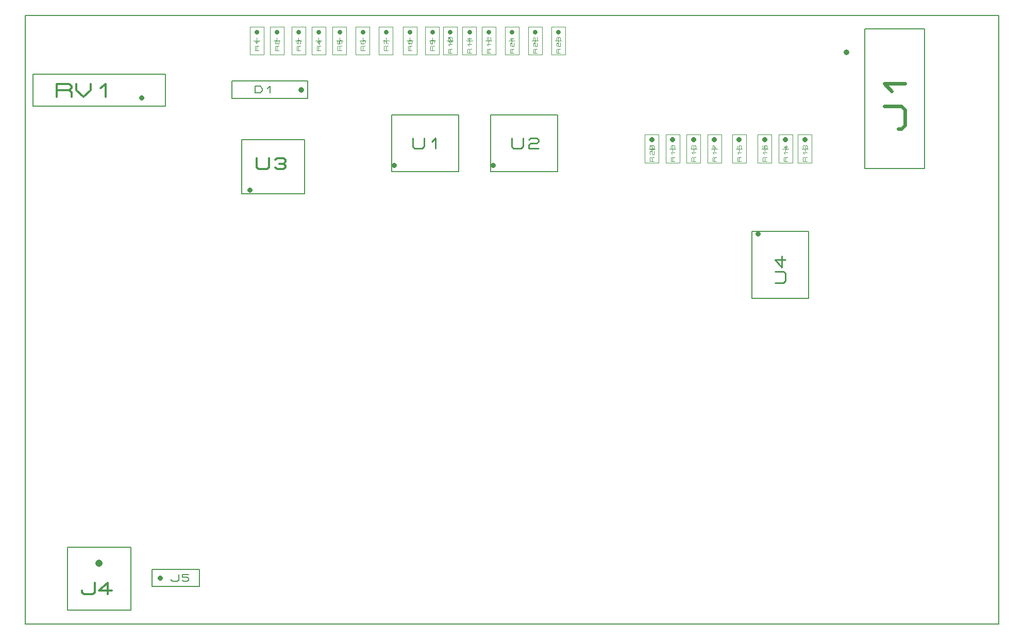
<source format=gbr>
G04 PROTEUS GERBER X2 FILE*
%TF.GenerationSoftware,Labcenter,Proteus,8.13-SP0-Build31525*%
%TF.CreationDate,2024-05-27T19:23:28+00:00*%
%TF.FileFunction,AssemblyDrawing,Top*%
%TF.FilePolarity,Positive*%
%TF.Part,Single*%
%TF.SameCoordinates,{9f2e17e2-6f08-49dd-ae8b-9f6cb0eb8b28}*%
%FSLAX45Y45*%
%MOMM*%
G01*
%TA.AperFunction,Profile*%
%ADD24C,0.203200*%
%TA.AperFunction,Material*%
%ADD27C,0.203200*%
%ADD46C,0.914400*%
%ADD47C,0.186690*%
%ADD29C,0.152400*%
%ADD48C,0.552950*%
%ADD49C,1.219200*%
%ADD50C,0.314280*%
%ADD51C,0.812800*%
%ADD52C,0.304460*%
%ADD53C,0.355600*%
%ADD54C,0.845820*%
%ADD55C,0.279010*%
%ADD56C,0.050000*%
%ADD57C,0.721360*%
%ADD58C,0.107030*%
%ADD59C,0.105510*%
%ADD60C,0.177800*%
%TD.AperFunction*%
D24*
X-8000000Y-5000000D02*
X+8000000Y-5000000D01*
X+8000000Y+5000000D01*
X-8000000Y+5000000D01*
X-8000000Y-5000000D01*
D27*
X-4597400Y+3639820D02*
X-3352800Y+3639820D01*
X-3352800Y+3926840D01*
X-4597400Y+3926840D01*
X-4597400Y+3639820D01*
D46*
X-3467100Y+3784600D02*
X-3467100Y+3784600D01*
D47*
X-4223131Y+3727323D02*
X-4223131Y+3839337D01*
X-4139121Y+3839337D01*
X-4097116Y+3801999D01*
X-4097116Y+3764661D01*
X-4139121Y+3727323D01*
X-4223131Y+3727323D01*
X-4013105Y+3801999D02*
X-3971100Y+3839337D01*
X-3971100Y+3727323D01*
D29*
X+6779260Y+4782820D02*
X+5796280Y+4782820D01*
X+5796280Y+2486660D01*
X+6779260Y+2486660D01*
X+6779260Y+4782820D01*
X+5796280Y+4782820D01*
X+5796280Y+2486660D01*
X+6779260Y+2486660D01*
X+6779260Y+4782820D01*
D46*
X+5488940Y+4396740D02*
X+5488940Y+4396740D01*
D48*
X+6343066Y+3137078D02*
X+6398362Y+3137078D01*
X+6453658Y+3199285D01*
X+6453658Y+3448116D01*
X+6398362Y+3510324D01*
X+6121883Y+3510324D01*
X+6232475Y+3759155D02*
X+6121883Y+3883571D01*
X+6453658Y+3883571D01*
D27*
X-7299960Y-4772660D02*
X-6263640Y-4772660D01*
X-6263640Y-3736340D01*
X-7299960Y-3736340D01*
X-7299960Y-4772660D01*
D49*
X-6781800Y-4000500D02*
X-6781800Y-4000500D01*
D50*
X-7064653Y-4448489D02*
X-7064653Y-4479917D01*
X-7029297Y-4511345D01*
X-6887870Y-4511345D01*
X-6852514Y-4479917D01*
X-6852514Y-4322776D01*
X-6569661Y-4448489D02*
X-6781800Y-4448489D01*
X-6640374Y-4322776D01*
X-6640374Y-4511345D01*
D27*
X-4442460Y+2070100D02*
X-3406140Y+2070100D01*
X-3406140Y+2959100D01*
X-4442460Y+2959100D01*
X-4442460Y+2070100D01*
D51*
X-4305300Y+2133600D02*
X-4305300Y+2133600D01*
D52*
X-4198314Y+2658008D02*
X-4198314Y+2505778D01*
X-4164063Y+2475332D01*
X-4027056Y+2475332D01*
X-3992804Y+2505778D01*
X-3992804Y+2658008D01*
X-3890049Y+2627562D02*
X-3855797Y+2658008D01*
X-3753042Y+2658008D01*
X-3718790Y+2627562D01*
X-3718790Y+2597116D01*
X-3753042Y+2566670D01*
X-3718790Y+2536224D01*
X-3718790Y+2505778D01*
X-3753042Y+2475332D01*
X-3855797Y+2475332D01*
X-3890049Y+2505778D01*
X-3821545Y+2566670D02*
X-3753042Y+2566670D01*
D27*
X-7871460Y+3507740D02*
X-5692140Y+3507740D01*
X-5692140Y+4036060D01*
X-7871460Y+4036060D01*
X-7871460Y+3507740D01*
D51*
X-6083300Y+3644900D02*
X-6083300Y+3644900D01*
D53*
X-7477760Y+3665220D02*
X-7477760Y+3878580D01*
X-7277735Y+3878580D01*
X-7237730Y+3843020D01*
X-7237730Y+3807460D01*
X-7277735Y+3771900D01*
X-7477760Y+3771900D01*
X-7277735Y+3771900D02*
X-7237730Y+3736340D01*
X-7237730Y+3665220D01*
X-7157720Y+3878580D02*
X-7157720Y+3771900D01*
X-7037705Y+3665220D01*
X-6917690Y+3771900D01*
X-6917690Y+3878580D01*
X-6757670Y+3807460D02*
X-6677660Y+3878580D01*
X-6677660Y+3665220D01*
D27*
X-1973580Y+2439148D02*
X-871220Y+2439148D01*
X-871220Y+3366248D01*
X-1973580Y+3366248D01*
X-1973580Y+2439148D01*
D54*
X-1930400Y+2540748D02*
X-1930400Y+2540748D01*
D55*
X-1630782Y+2986404D02*
X-1630782Y+2846894D01*
X-1599393Y+2818992D01*
X-1473834Y+2818992D01*
X-1442445Y+2846894D01*
X-1442445Y+2986404D01*
X-1316886Y+2930600D02*
X-1254107Y+2986404D01*
X-1254107Y+2818992D01*
D56*
X-4306000Y+4816813D02*
X-4306000Y+4356813D01*
X-4076000Y+4356813D01*
X-4076000Y+4816813D01*
X-4306000Y+4816813D01*
X-4141000Y+4586813D02*
X-4241000Y+4586813D01*
X-4191000Y+4536813D02*
X-4191000Y+4636813D01*
D57*
X-4191000Y+4731813D02*
X-4191000Y+4731813D01*
D58*
X-4158889Y+4428696D02*
X-4223111Y+4428696D01*
X-4223111Y+4488904D01*
X-4212407Y+4500945D01*
X-4201704Y+4500945D01*
X-4191000Y+4488904D01*
X-4191000Y+4428696D01*
X-4191000Y+4488904D02*
X-4180296Y+4500945D01*
X-4158889Y+4500945D01*
X-4201704Y+4549112D02*
X-4223111Y+4573195D01*
X-4158889Y+4573195D01*
D56*
X-3975800Y+4816813D02*
X-3975800Y+4356813D01*
X-3745800Y+4356813D01*
X-3745800Y+4816813D01*
X-3975800Y+4816813D01*
X-3810800Y+4586813D02*
X-3910800Y+4586813D01*
X-3860800Y+4536813D02*
X-3860800Y+4636813D01*
D57*
X-3860800Y+4731813D02*
X-3860800Y+4731813D01*
D58*
X-3828689Y+4428696D02*
X-3892911Y+4428696D01*
X-3892911Y+4488904D01*
X-3882207Y+4500945D01*
X-3871504Y+4500945D01*
X-3860800Y+4488904D01*
X-3860800Y+4428696D01*
X-3860800Y+4488904D02*
X-3850096Y+4500945D01*
X-3828689Y+4500945D01*
X-3882207Y+4537070D02*
X-3892911Y+4549112D01*
X-3892911Y+4585237D01*
X-3882207Y+4597278D01*
X-3871504Y+4597278D01*
X-3860800Y+4585237D01*
X-3860800Y+4549112D01*
X-3850096Y+4537070D01*
X-3828689Y+4537070D01*
X-3828689Y+4597278D01*
D56*
X-3620200Y+4816813D02*
X-3620200Y+4356813D01*
X-3390200Y+4356813D01*
X-3390200Y+4816813D01*
X-3620200Y+4816813D01*
X-3455200Y+4586813D02*
X-3555200Y+4586813D01*
X-3505200Y+4536813D02*
X-3505200Y+4636813D01*
D57*
X-3505200Y+4731813D02*
X-3505200Y+4731813D01*
D58*
X-3473089Y+4428696D02*
X-3537311Y+4428696D01*
X-3537311Y+4488904D01*
X-3526607Y+4500945D01*
X-3515904Y+4500945D01*
X-3505200Y+4488904D01*
X-3505200Y+4428696D01*
X-3505200Y+4488904D02*
X-3494496Y+4500945D01*
X-3473089Y+4500945D01*
X-3526607Y+4537070D02*
X-3537311Y+4549112D01*
X-3537311Y+4585237D01*
X-3526607Y+4597278D01*
X-3515904Y+4597278D01*
X-3505200Y+4585237D01*
X-3494496Y+4597278D01*
X-3483793Y+4597278D01*
X-3473089Y+4585237D01*
X-3473089Y+4549112D01*
X-3483793Y+4537070D01*
X-3505200Y+4561153D02*
X-3505200Y+4585237D01*
D56*
X-3290000Y+4816813D02*
X-3290000Y+4356813D01*
X-3060000Y+4356813D01*
X-3060000Y+4816813D01*
X-3290000Y+4816813D01*
X-3125000Y+4586813D02*
X-3225000Y+4586813D01*
X-3175000Y+4536813D02*
X-3175000Y+4636813D01*
D57*
X-3175000Y+4731813D02*
X-3175000Y+4731813D01*
D58*
X-3142889Y+4428696D02*
X-3207111Y+4428696D01*
X-3207111Y+4488904D01*
X-3196407Y+4500945D01*
X-3185704Y+4500945D01*
X-3175000Y+4488904D01*
X-3175000Y+4428696D01*
X-3175000Y+4488904D02*
X-3164296Y+4500945D01*
X-3142889Y+4500945D01*
X-3164296Y+4597278D02*
X-3164296Y+4525029D01*
X-3207111Y+4573195D01*
X-3142889Y+4573195D01*
D56*
X-2947100Y+4816813D02*
X-2947100Y+4356813D01*
X-2717100Y+4356813D01*
X-2717100Y+4816813D01*
X-2947100Y+4816813D01*
X-2782100Y+4586813D02*
X-2882100Y+4586813D01*
X-2832100Y+4536813D02*
X-2832100Y+4636813D01*
D57*
X-2832100Y+4731813D02*
X-2832100Y+4731813D01*
D58*
X-2799989Y+4428696D02*
X-2864211Y+4428696D01*
X-2864211Y+4488904D01*
X-2853507Y+4500945D01*
X-2842804Y+4500945D01*
X-2832100Y+4488904D01*
X-2832100Y+4428696D01*
X-2832100Y+4488904D02*
X-2821396Y+4500945D01*
X-2799989Y+4500945D01*
X-2864211Y+4597278D02*
X-2864211Y+4537070D01*
X-2842804Y+4537070D01*
X-2842804Y+4585237D01*
X-2832100Y+4597278D01*
X-2810693Y+4597278D01*
X-2799989Y+4585237D01*
X-2799989Y+4549112D01*
X-2810693Y+4537070D01*
D56*
X-2566100Y+4816813D02*
X-2566100Y+4356813D01*
X-2336100Y+4356813D01*
X-2336100Y+4816813D01*
X-2566100Y+4816813D01*
X-2401100Y+4586813D02*
X-2501100Y+4586813D01*
X-2451100Y+4536813D02*
X-2451100Y+4636813D01*
D57*
X-2451100Y+4731813D02*
X-2451100Y+4731813D01*
D58*
X-2418989Y+4428696D02*
X-2483211Y+4428696D01*
X-2483211Y+4488904D01*
X-2472507Y+4500945D01*
X-2461804Y+4500945D01*
X-2451100Y+4488904D01*
X-2451100Y+4428696D01*
X-2451100Y+4488904D02*
X-2440396Y+4500945D01*
X-2418989Y+4500945D01*
X-2472507Y+4597278D02*
X-2483211Y+4585237D01*
X-2483211Y+4549112D01*
X-2472507Y+4537070D01*
X-2429693Y+4537070D01*
X-2418989Y+4549112D01*
X-2418989Y+4585237D01*
X-2429693Y+4597278D01*
X-2440396Y+4597278D01*
X-2451100Y+4585237D01*
X-2451100Y+4537070D01*
D56*
X-2185100Y+4816813D02*
X-2185100Y+4356813D01*
X-1955100Y+4356813D01*
X-1955100Y+4816813D01*
X-2185100Y+4816813D01*
X-2020100Y+4586813D02*
X-2120100Y+4586813D01*
X-2070100Y+4536813D02*
X-2070100Y+4636813D01*
D57*
X-2070100Y+4731813D02*
X-2070100Y+4731813D01*
D58*
X-2037989Y+4428696D02*
X-2102211Y+4428696D01*
X-2102211Y+4488904D01*
X-2091507Y+4500945D01*
X-2080804Y+4500945D01*
X-2070100Y+4488904D01*
X-2070100Y+4428696D01*
X-2070100Y+4488904D02*
X-2059396Y+4500945D01*
X-2037989Y+4500945D01*
X-2102211Y+4537070D02*
X-2102211Y+4597278D01*
X-2091507Y+4597278D01*
X-2037989Y+4537070D01*
D56*
X-1791400Y+4816813D02*
X-1791400Y+4356813D01*
X-1561400Y+4356813D01*
X-1561400Y+4816813D01*
X-1791400Y+4816813D01*
X-1626400Y+4586813D02*
X-1726400Y+4586813D01*
X-1676400Y+4536813D02*
X-1676400Y+4636813D01*
D57*
X-1676400Y+4731813D02*
X-1676400Y+4731813D01*
D58*
X-1644289Y+4428696D02*
X-1708511Y+4428696D01*
X-1708511Y+4488904D01*
X-1697807Y+4500945D01*
X-1687104Y+4500945D01*
X-1676400Y+4488904D01*
X-1676400Y+4428696D01*
X-1676400Y+4488904D02*
X-1665696Y+4500945D01*
X-1644289Y+4500945D01*
X-1676400Y+4549112D02*
X-1687104Y+4537070D01*
X-1697807Y+4537070D01*
X-1708511Y+4549112D01*
X-1708511Y+4585237D01*
X-1697807Y+4597278D01*
X-1687104Y+4597278D01*
X-1676400Y+4585237D01*
X-1676400Y+4549112D01*
X-1665696Y+4537070D01*
X-1654993Y+4537070D01*
X-1644289Y+4549112D01*
X-1644289Y+4585237D01*
X-1654993Y+4597278D01*
X-1665696Y+4597278D01*
X-1676400Y+4585237D01*
D27*
X-347980Y+2439148D02*
X+754380Y+2439148D01*
X+754380Y+3366248D01*
X-347980Y+3366248D01*
X-347980Y+2439148D01*
D54*
X-304800Y+2540748D02*
X-304800Y+2540748D01*
D55*
X-5182Y+2986404D02*
X-5182Y+2846894D01*
X+26207Y+2818992D01*
X+151766Y+2818992D01*
X+183155Y+2846894D01*
X+183155Y+2986404D01*
X+277324Y+2958502D02*
X+308714Y+2986404D01*
X+402883Y+2986404D01*
X+434272Y+2958502D01*
X+434272Y+2930600D01*
X+402883Y+2902698D01*
X+308714Y+2902698D01*
X+277324Y+2874796D01*
X+277324Y+2818992D01*
X+434272Y+2818992D01*
D56*
X-1423100Y+4816813D02*
X-1423100Y+4356813D01*
X-1193100Y+4356813D01*
X-1193100Y+4816813D01*
X-1423100Y+4816813D01*
X-1258100Y+4586813D02*
X-1358100Y+4586813D01*
X-1308100Y+4536813D02*
X-1308100Y+4636813D01*
D57*
X-1308100Y+4731813D02*
X-1308100Y+4731813D01*
D58*
X-1275989Y+4428696D02*
X-1340211Y+4428696D01*
X-1340211Y+4488904D01*
X-1329507Y+4500945D01*
X-1318804Y+4500945D01*
X-1308100Y+4488904D01*
X-1308100Y+4428696D01*
X-1308100Y+4488904D02*
X-1297396Y+4500945D01*
X-1275989Y+4500945D01*
X-1318804Y+4597278D02*
X-1308100Y+4585237D01*
X-1308100Y+4549112D01*
X-1318804Y+4537070D01*
X-1329507Y+4537070D01*
X-1340211Y+4549112D01*
X-1340211Y+4585237D01*
X-1329507Y+4597278D01*
X-1286693Y+4597278D01*
X-1275989Y+4585237D01*
X-1275989Y+4549112D01*
D56*
X-1131000Y+4816813D02*
X-1131000Y+4356813D01*
X-901000Y+4356813D01*
X-901000Y+4816813D01*
X-1131000Y+4816813D01*
X-966000Y+4586813D02*
X-1066000Y+4586813D01*
X-1016000Y+4536813D02*
X-1016000Y+4636813D01*
D57*
X-1016000Y+4731813D02*
X-1016000Y+4731813D01*
D58*
X-983889Y+4380530D02*
X-1048111Y+4380530D01*
X-1048111Y+4440738D01*
X-1037407Y+4452779D01*
X-1026704Y+4452779D01*
X-1016000Y+4440738D01*
X-1016000Y+4380530D01*
X-1016000Y+4440738D02*
X-1005296Y+4452779D01*
X-983889Y+4452779D01*
X-1026704Y+4500946D02*
X-1048111Y+4525029D01*
X-983889Y+4525029D01*
X-994593Y+4573196D02*
X-1037407Y+4573196D01*
X-1048111Y+4585237D01*
X-1048111Y+4633404D01*
X-1037407Y+4645445D01*
X-994593Y+4645445D01*
X-983889Y+4633404D01*
X-983889Y+4585237D01*
X-994593Y+4573196D01*
X-983889Y+4573196D02*
X-1048111Y+4645445D01*
D56*
X-813500Y+4816813D02*
X-813500Y+4356813D01*
X-583500Y+4356813D01*
X-583500Y+4816813D01*
X-813500Y+4816813D01*
X-648500Y+4586813D02*
X-748500Y+4586813D01*
X-698500Y+4536813D02*
X-698500Y+4636813D01*
D57*
X-698500Y+4731813D02*
X-698500Y+4731813D01*
D58*
X-666389Y+4380530D02*
X-730611Y+4380530D01*
X-730611Y+4440738D01*
X-719907Y+4452779D01*
X-709204Y+4452779D01*
X-698500Y+4440738D01*
X-698500Y+4380530D01*
X-698500Y+4440738D02*
X-687796Y+4452779D01*
X-666389Y+4452779D01*
X-709204Y+4500946D02*
X-730611Y+4525029D01*
X-666389Y+4525029D01*
X-709204Y+4597279D02*
X-730611Y+4621362D01*
X-666389Y+4621362D01*
D56*
X-496000Y+4816813D02*
X-496000Y+4356813D01*
X-266000Y+4356813D01*
X-266000Y+4816813D01*
X-496000Y+4816813D01*
X-331000Y+4586813D02*
X-431000Y+4586813D01*
X-381000Y+4536813D02*
X-381000Y+4636813D01*
D57*
X-381000Y+4731813D02*
X-381000Y+4731813D01*
D58*
X-348889Y+4380530D02*
X-413111Y+4380530D01*
X-413111Y+4440738D01*
X-402407Y+4452779D01*
X-391704Y+4452779D01*
X-381000Y+4440738D01*
X-381000Y+4380530D01*
X-381000Y+4440738D02*
X-370296Y+4452779D01*
X-348889Y+4452779D01*
X-391704Y+4500946D02*
X-413111Y+4525029D01*
X-348889Y+4525029D01*
X-402407Y+4585237D02*
X-413111Y+4597279D01*
X-413111Y+4633404D01*
X-402407Y+4645445D01*
X-391704Y+4645445D01*
X-381000Y+4633404D01*
X-381000Y+4597279D01*
X-370296Y+4585237D01*
X-348889Y+4585237D01*
X-348889Y+4645445D01*
D56*
X-115000Y+4816813D02*
X-115000Y+4356813D01*
X+115000Y+4356813D01*
X+115000Y+4816813D01*
X-115000Y+4816813D01*
X+50000Y+4586813D02*
X-50000Y+4586813D01*
X+0Y+4536813D02*
X+0Y+4636813D01*
D57*
X+0Y+4731813D02*
X+0Y+4731813D01*
D58*
X+32111Y+4380530D02*
X-32111Y+4380530D01*
X-32111Y+4440738D01*
X-21407Y+4452779D01*
X-10704Y+4452779D01*
X+0Y+4440738D01*
X+0Y+4380530D01*
X+0Y+4440738D02*
X+10704Y+4452779D01*
X+32111Y+4452779D01*
X-21407Y+4488904D02*
X-32111Y+4500946D01*
X-32111Y+4537071D01*
X-21407Y+4549112D01*
X-10704Y+4549112D01*
X+0Y+4537071D01*
X+0Y+4500946D01*
X+10704Y+4488904D01*
X+32111Y+4488904D01*
X+32111Y+4549112D01*
X-10704Y+4597279D02*
X-32111Y+4621362D01*
X+32111Y+4621362D01*
D56*
X+266000Y+4816813D02*
X+266000Y+4356813D01*
X+496000Y+4356813D01*
X+496000Y+4816813D01*
X+266000Y+4816813D01*
X+431000Y+4586813D02*
X+331000Y+4586813D01*
X+381000Y+4536813D02*
X+381000Y+4636813D01*
D57*
X+381000Y+4731813D02*
X+381000Y+4731813D01*
D58*
X+413111Y+4380530D02*
X+348889Y+4380530D01*
X+348889Y+4440738D01*
X+359593Y+4452779D01*
X+370296Y+4452779D01*
X+381000Y+4440738D01*
X+381000Y+4380530D01*
X+381000Y+4440738D02*
X+391704Y+4452779D01*
X+413111Y+4452779D01*
X+359593Y+4488904D02*
X+348889Y+4500946D01*
X+348889Y+4537071D01*
X+359593Y+4549112D01*
X+370296Y+4549112D01*
X+381000Y+4537071D01*
X+381000Y+4500946D01*
X+391704Y+4488904D01*
X+413111Y+4488904D01*
X+413111Y+4549112D01*
X+359593Y+4585237D02*
X+348889Y+4597279D01*
X+348889Y+4633404D01*
X+359593Y+4645445D01*
X+370296Y+4645445D01*
X+381000Y+4633404D01*
X+381000Y+4597279D01*
X+391704Y+4585237D01*
X+413111Y+4585237D01*
X+413111Y+4645445D01*
D56*
X+647000Y+4816813D02*
X+647000Y+4356813D01*
X+877000Y+4356813D01*
X+877000Y+4816813D01*
X+647000Y+4816813D01*
X+812000Y+4586813D02*
X+712000Y+4586813D01*
X+762000Y+4536813D02*
X+762000Y+4636813D01*
D57*
X+762000Y+4731813D02*
X+762000Y+4731813D01*
D58*
X+794111Y+4380530D02*
X+729889Y+4380530D01*
X+729889Y+4440738D01*
X+740593Y+4452779D01*
X+751296Y+4452779D01*
X+762000Y+4440738D01*
X+762000Y+4380530D01*
X+762000Y+4440738D02*
X+772704Y+4452779D01*
X+794111Y+4452779D01*
X+740593Y+4488904D02*
X+729889Y+4500946D01*
X+729889Y+4537071D01*
X+740593Y+4549112D01*
X+751296Y+4549112D01*
X+762000Y+4537071D01*
X+762000Y+4500946D01*
X+772704Y+4488904D01*
X+794111Y+4488904D01*
X+794111Y+4549112D01*
X+740593Y+4585237D02*
X+729889Y+4597279D01*
X+729889Y+4633404D01*
X+740593Y+4645445D01*
X+751296Y+4645445D01*
X+762000Y+4633404D01*
X+772704Y+4645445D01*
X+783407Y+4645445D01*
X+794111Y+4633404D01*
X+794111Y+4597279D01*
X+783407Y+4585237D01*
X+762000Y+4609320D02*
X+762000Y+4633404D01*
D27*
X+3943350Y+350520D02*
X+4870450Y+350520D01*
X+4870450Y+1452880D01*
X+3943350Y+1452880D01*
X+3943350Y+350520D01*
D54*
X+4044950Y+1409700D02*
X+4044950Y+1409700D01*
D55*
X+4323194Y+607848D02*
X+4462704Y+607848D01*
X+4490606Y+639237D01*
X+4490606Y+764796D01*
X+4462704Y+796185D01*
X+4323194Y+796185D01*
X+4434802Y+1047302D02*
X+4434802Y+858965D01*
X+4323194Y+984523D01*
X+4490606Y+984523D01*
D56*
X+4698300Y+3042000D02*
X+4698300Y+2582000D01*
X+4928300Y+2582000D01*
X+4928300Y+3042000D01*
X+4698300Y+3042000D01*
X+4863300Y+2812000D02*
X+4763300Y+2812000D01*
X+4813300Y+2762000D02*
X+4813300Y+2862000D01*
D51*
X+4813300Y+2957000D02*
X+4813300Y+2957000D01*
D59*
X+4844954Y+2605489D02*
X+4781646Y+2605489D01*
X+4781646Y+2664839D01*
X+4792197Y+2676709D01*
X+4802749Y+2676709D01*
X+4813300Y+2664839D01*
X+4813300Y+2605489D01*
X+4813300Y+2664839D02*
X+4823851Y+2676709D01*
X+4844954Y+2676709D01*
X+4802749Y+2724190D02*
X+4781646Y+2747930D01*
X+4844954Y+2747930D01*
X+4792197Y+2807281D02*
X+4781646Y+2819151D01*
X+4781646Y+2854761D01*
X+4792197Y+2866631D01*
X+4802749Y+2866631D01*
X+4813300Y+2854761D01*
X+4823851Y+2866631D01*
X+4834403Y+2866631D01*
X+4844954Y+2854761D01*
X+4844954Y+2819151D01*
X+4834403Y+2807281D01*
X+4813300Y+2831021D02*
X+4813300Y+2854761D01*
D56*
X+4380800Y+3042000D02*
X+4380800Y+2582000D01*
X+4610800Y+2582000D01*
X+4610800Y+3042000D01*
X+4380800Y+3042000D01*
X+4545800Y+2812000D02*
X+4445800Y+2812000D01*
X+4495800Y+2762000D02*
X+4495800Y+2862000D01*
D51*
X+4495800Y+2957000D02*
X+4495800Y+2957000D01*
D59*
X+4527454Y+2605489D02*
X+4464146Y+2605489D01*
X+4464146Y+2664839D01*
X+4474697Y+2676709D01*
X+4485249Y+2676709D01*
X+4495800Y+2664839D01*
X+4495800Y+2605489D01*
X+4495800Y+2664839D02*
X+4506351Y+2676709D01*
X+4527454Y+2676709D01*
X+4485249Y+2724190D02*
X+4464146Y+2747930D01*
X+4527454Y+2747930D01*
X+4506351Y+2866631D02*
X+4506351Y+2795411D01*
X+4464146Y+2842891D01*
X+4527454Y+2842891D01*
D56*
X+4037900Y+3042000D02*
X+4037900Y+2582000D01*
X+4267900Y+2582000D01*
X+4267900Y+3042000D01*
X+4037900Y+3042000D01*
X+4202900Y+2812000D02*
X+4102900Y+2812000D01*
X+4152900Y+2762000D02*
X+4152900Y+2862000D01*
D51*
X+4152900Y+2957000D02*
X+4152900Y+2957000D01*
D59*
X+4184554Y+2605489D02*
X+4121246Y+2605489D01*
X+4121246Y+2664839D01*
X+4131797Y+2676709D01*
X+4142349Y+2676709D01*
X+4152900Y+2664839D01*
X+4152900Y+2605489D01*
X+4152900Y+2664839D02*
X+4163451Y+2676709D01*
X+4184554Y+2676709D01*
X+4142349Y+2724190D02*
X+4121246Y+2747930D01*
X+4184554Y+2747930D01*
X+4121246Y+2866631D02*
X+4121246Y+2807281D01*
X+4142349Y+2807281D01*
X+4142349Y+2854761D01*
X+4152900Y+2866631D01*
X+4174003Y+2866631D01*
X+4184554Y+2854761D01*
X+4184554Y+2819151D01*
X+4174003Y+2807281D01*
D56*
X+3618800Y+3042000D02*
X+3618800Y+2582000D01*
X+3848800Y+2582000D01*
X+3848800Y+3042000D01*
X+3618800Y+3042000D01*
X+3783800Y+2812000D02*
X+3683800Y+2812000D01*
X+3733800Y+2762000D02*
X+3733800Y+2862000D01*
D51*
X+3733800Y+2957000D02*
X+3733800Y+2957000D01*
D59*
X+3765454Y+2605489D02*
X+3702146Y+2605489D01*
X+3702146Y+2664839D01*
X+3712697Y+2676709D01*
X+3723249Y+2676709D01*
X+3733800Y+2664839D01*
X+3733800Y+2605489D01*
X+3733800Y+2664839D02*
X+3744351Y+2676709D01*
X+3765454Y+2676709D01*
X+3723249Y+2724190D02*
X+3702146Y+2747930D01*
X+3765454Y+2747930D01*
X+3712697Y+2866631D02*
X+3702146Y+2854761D01*
X+3702146Y+2819151D01*
X+3712697Y+2807281D01*
X+3754903Y+2807281D01*
X+3765454Y+2819151D01*
X+3765454Y+2854761D01*
X+3754903Y+2866631D01*
X+3744351Y+2866631D01*
X+3733800Y+2854761D01*
X+3733800Y+2807281D01*
D56*
X+3212400Y+3042000D02*
X+3212400Y+2582000D01*
X+3442400Y+2582000D01*
X+3442400Y+3042000D01*
X+3212400Y+3042000D01*
X+3377400Y+2812000D02*
X+3277400Y+2812000D01*
X+3327400Y+2762000D02*
X+3327400Y+2862000D01*
D51*
X+3327400Y+2957000D02*
X+3327400Y+2957000D01*
D59*
X+3359054Y+2605489D02*
X+3295746Y+2605489D01*
X+3295746Y+2664839D01*
X+3306297Y+2676709D01*
X+3316849Y+2676709D01*
X+3327400Y+2664839D01*
X+3327400Y+2605489D01*
X+3327400Y+2664839D02*
X+3337951Y+2676709D01*
X+3359054Y+2676709D01*
X+3316849Y+2724190D02*
X+3295746Y+2747930D01*
X+3359054Y+2747930D01*
X+3295746Y+2807281D02*
X+3295746Y+2866631D01*
X+3306297Y+2866631D01*
X+3359054Y+2807281D01*
D56*
X+2869500Y+3042000D02*
X+2869500Y+2582000D01*
X+3099500Y+2582000D01*
X+3099500Y+3042000D01*
X+2869500Y+3042000D01*
X+3034500Y+2812000D02*
X+2934500Y+2812000D01*
X+2984500Y+2762000D02*
X+2984500Y+2862000D01*
D51*
X+2984500Y+2957000D02*
X+2984500Y+2957000D01*
D59*
X+3016154Y+2605489D02*
X+2952846Y+2605489D01*
X+2952846Y+2664839D01*
X+2963397Y+2676709D01*
X+2973949Y+2676709D01*
X+2984500Y+2664839D01*
X+2984500Y+2605489D01*
X+2984500Y+2664839D02*
X+2995051Y+2676709D01*
X+3016154Y+2676709D01*
X+2973949Y+2724190D02*
X+2952846Y+2747930D01*
X+3016154Y+2747930D01*
X+2984500Y+2819151D02*
X+2973949Y+2807281D01*
X+2963397Y+2807281D01*
X+2952846Y+2819151D01*
X+2952846Y+2854761D01*
X+2963397Y+2866631D01*
X+2973949Y+2866631D01*
X+2984500Y+2854761D01*
X+2984500Y+2819151D01*
X+2995051Y+2807281D01*
X+3005603Y+2807281D01*
X+3016154Y+2819151D01*
X+3016154Y+2854761D01*
X+3005603Y+2866631D01*
X+2995051Y+2866631D01*
X+2984500Y+2854761D01*
D56*
X+2526600Y+3042000D02*
X+2526600Y+2582000D01*
X+2756600Y+2582000D01*
X+2756600Y+3042000D01*
X+2526600Y+3042000D01*
X+2691600Y+2812000D02*
X+2591600Y+2812000D01*
X+2641600Y+2762000D02*
X+2641600Y+2862000D01*
D51*
X+2641600Y+2957000D02*
X+2641600Y+2957000D01*
D59*
X+2673254Y+2605489D02*
X+2609946Y+2605489D01*
X+2609946Y+2664839D01*
X+2620497Y+2676709D01*
X+2631049Y+2676709D01*
X+2641600Y+2664839D01*
X+2641600Y+2605489D01*
X+2641600Y+2664839D02*
X+2652151Y+2676709D01*
X+2673254Y+2676709D01*
X+2631049Y+2724190D02*
X+2609946Y+2747930D01*
X+2673254Y+2747930D01*
X+2631049Y+2866631D02*
X+2641600Y+2854761D01*
X+2641600Y+2819151D01*
X+2631049Y+2807281D01*
X+2620497Y+2807281D01*
X+2609946Y+2819151D01*
X+2609946Y+2854761D01*
X+2620497Y+2866631D01*
X+2662703Y+2866631D01*
X+2673254Y+2854761D01*
X+2673254Y+2819151D01*
D56*
X+2183700Y+3042000D02*
X+2183700Y+2582000D01*
X+2413700Y+2582000D01*
X+2413700Y+3042000D01*
X+2183700Y+3042000D01*
X+2348700Y+2812000D02*
X+2248700Y+2812000D01*
X+2298700Y+2762000D02*
X+2298700Y+2862000D01*
D51*
X+2298700Y+2957000D02*
X+2298700Y+2957000D01*
D59*
X+2330354Y+2605489D02*
X+2267046Y+2605489D01*
X+2267046Y+2664839D01*
X+2277597Y+2676709D01*
X+2288149Y+2676709D01*
X+2298700Y+2664839D01*
X+2298700Y+2605489D01*
X+2298700Y+2664839D02*
X+2309251Y+2676709D01*
X+2330354Y+2676709D01*
X+2277597Y+2712320D02*
X+2267046Y+2724190D01*
X+2267046Y+2759800D01*
X+2277597Y+2771670D01*
X+2288149Y+2771670D01*
X+2298700Y+2759800D01*
X+2298700Y+2724190D01*
X+2309251Y+2712320D01*
X+2330354Y+2712320D01*
X+2330354Y+2771670D01*
X+2319803Y+2795411D02*
X+2277597Y+2795411D01*
X+2267046Y+2807281D01*
X+2267046Y+2854761D01*
X+2277597Y+2866631D01*
X+2319803Y+2866631D01*
X+2330354Y+2854761D01*
X+2330354Y+2807281D01*
X+2319803Y+2795411D01*
X+2330354Y+2795411D02*
X+2267046Y+2866631D01*
D27*
X-5915660Y-4378960D02*
X-5133340Y-4378960D01*
X-5133340Y-4104640D01*
X-5915660Y-4104640D01*
X-5915660Y-4378960D01*
D51*
X-5778500Y-4241800D02*
X-5778500Y-4241800D01*
D60*
X-5595620Y-4259580D02*
X-5595620Y-4277360D01*
X-5575618Y-4295140D01*
X-5495608Y-4295140D01*
X-5475605Y-4277360D01*
X-5475605Y-4188460D01*
X-5315585Y-4188460D02*
X-5415598Y-4188460D01*
X-5415598Y-4224020D01*
X-5335588Y-4224020D01*
X-5315585Y-4241800D01*
X-5315585Y-4277360D01*
X-5335588Y-4295140D01*
X-5395595Y-4295140D01*
X-5415598Y-4277360D01*
M02*

</source>
